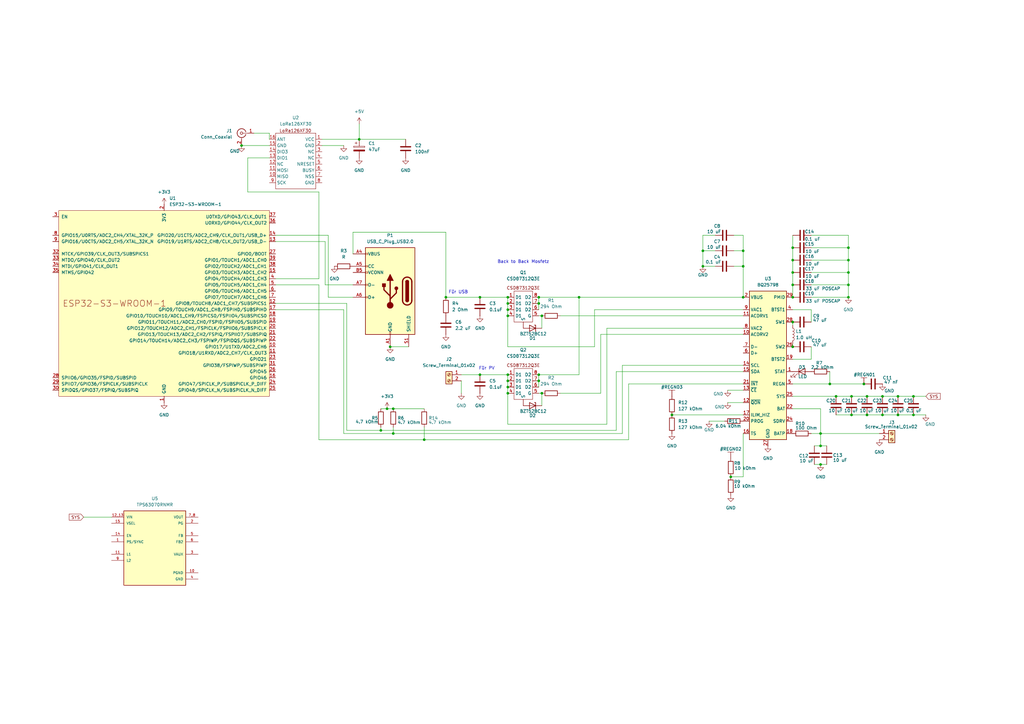
<source format=kicad_sch>
(kicad_sch (version 20250114) (generator "eeschema") (generator_version "9.0")
  (paper "A3")
  (title_block (title "MegaMesh Node v1") (date "2026-02-24") (rev "1.0") (company "Gropp&Linnhoff Industries") (comment 1 "Yeahhh") (comment 2 "Yeahhh 2"))
  (lib_symbols
    (symbol "Battery_Management:BQ25798"
      (property "Reference" "U" (at -7.62 31.75 0))
      (property "Value" "BQ25798" (at 2.54 31.75 0))
      (symbol "BQ25798_0_1"
        (rectangle (start -7.62 30.48) (end 7.62 -30.48) (stroke (width 0.254)) (fill (type background)))
      )
      (symbol "BQ25798_1_1"
        (pin power_in line (at -10.16 27.94 0) (length 2.54) (name "VBUS") (number "2"))
        (pin passive line (at -10.16 27.94 0) (length 2.54) (hide yes) (name "VBUS") (number "3"))
        (pin input line (at -10.16 22.86 0) (length 2.54) (name "VAC1") (number "9"))
        (pin passive line (at -10.16 20.32 0) (length 2.54) (name "ACDRV1") (number "11"))
        (pin input line (at -10.16 15.24 0) (length 2.54) (name "VAC2") (number "8"))
        (pin passive line (at -10.16 12.7 0) (length 2.54) (name "ACDRV2") (number "10"))
        (pin bidirectional line (at -10.16 7.62 0) (length 2.54) (name "D-") (number "7"))
        (pin bidirectional line (at -10.16 5.08 0) (length 2.54) (name "D+") (number "6"))
        (pin input line (at -10.16 0 0) (length 2.54) (name "SCL") (number "14"))
        (pin bidirectional line (at -10.16 -2.54 0) (length 2.54) (name "SDA") (number "15"))
        (pin open_collector line (at -10.16 -7.62 0) (length 2.54) (name "~{INT}") (number "21"))
        (pin input line (at -10.16 -10.16 0) (length 2.54) (name "~{CE}") (number "13"))
        (pin input line (at -10.16 -15.24 0) (length 2.54) (name "~{QON}") (number "12"))
        (pin input line (at -10.16 -20.32 0) (length 2.54) (name "ILIM_HIZ") (number "17"))
        (pin input line (at -10.16 -22.86 0) (length 2.54) (name "PROG") (number "20"))
        (pin input line (at -10.16 -27.94 0) (length 2.54) (name "TS") (number "16"))
        (pin power_in line (at 0 -33.02 90) (length 2.54) (name "GND") (number "27"))
        (pin power_out line (at 10.16 27.94 180) (length 2.54) (name "PMID") (number "29"))
        (pin passive line (at 10.16 22.86 180) (length 2.54) (name "BTST1") (number "4"))
        (pin power_out line (at 10.16 17.78 180) (length 2.54) (name "SW1") (number "28"))
        (pin power_out line (at 10.16 7.62 180) (length 2.54) (name "SW2") (number "26"))
        (pin passive line (at 10.16 2.54 180) (length 2.54) (name "BTST2") (number "19"))
        (pin open_collector line (at 10.16 -2.54 180) (length 2.54) (name "STAT") (number "1"))
        (pin power_out line (at 10.16 -7.62 180) (length 2.54) (name "REGN") (number "5"))
        (pin power_out line (at 10.16 -12.7 180) (length 2.54) (name "SYS") (number "25"))
        (pin power_out line (at 10.16 -17.78 180) (length 2.54) (name "BAT") (number "22"))
        (pin passive line (at 10.16 -17.78 180) (length 2.54) (hide yes) (name "BAT") (number "23"))
        (pin output line (at 10.16 -22.86 180) (length 2.54) (name "SDRV") (number "24"))
        (pin input line (at 10.16 -27.94 180) (length 2.54) (name "BATP") (number "18"))
      )
    )
    (symbol "Connector:Conn_Coaxial" (pin_names (offset 1.016) (hide yes))
      (property "Reference" "J" (at 0.254 3.048 0))
      (property "Value" "Conn_Coaxial" (at 2.921 0 90))
      (symbol "Conn_Coaxial_0_1"
        (polyline (pts (xy -2.54 0) (xy -0.508 0)))
        (arc (start 1.778 0) (mid 0.222 -1.8079) (end -1.778 -0.508) (stroke (width 0.254)))
        (arc (start -1.778 0.508) (mid 0.2221 1.8084) (end 1.778 0) (stroke (width 0.254)))
        (circle (center 0 0) (radius 0.508) (stroke (width 0.2032)))
        (polyline (pts (xy 0 -2.54) (xy 0 -1.778)))
      )
      (symbol "Conn_Coaxial_1_1"
        (pin passive line (at -5.08 0 0) (length 2.54) (name "In") (number "1"))
        (pin passive line (at 0 -5.08 90) (length 2.54) (name "Ext") (number "2"))
      )
    )
    (symbol "Connector:Screw_Terminal_01x02" (pin_names (offset 1.016) (hide yes))
      (property "Reference" "J" (at 0 2.54 0))
      (property "Value" "Screw_Terminal_01x02" (at 0 -5.08 0))
      (symbol "Screw_Terminal_01x02_1_1"
        (rectangle (start -1.27 1.27) (end 1.27 -3.81) (stroke (width 0.254)) (fill (type background)))
        (polyline (pts (xy -0.5334 0.3302) (xy 0.3302 -0.508)) (stroke (width 0.1524)))
        (polyline (pts (xy -0.5334 -2.2098) (xy 0.3302 -3.048)) (stroke (width 0.1524)))
        (polyline (pts (xy -0.3556 0.508) (xy 0.508 -0.3302)) (stroke (width 0.1524)))
        (polyline (pts (xy -0.3556 -2.032) (xy 0.508 -2.8702)) (stroke (width 0.1524)))
        (circle (center 0 0) (radius 0.635) (stroke (width 0.1524)))
        (circle (center 0 -2.54) (radius 0.635) (stroke (width 0.1524)))
        (pin passive line (at -5.08 0 0) (length 3.81) (name "Pin_1") (number "1"))
        (pin passive line (at -5.08 -2.54 0) (length 3.81) (name "Pin_2") (number "2"))
      )
    )
    (symbol "Connector:USB_C_Plug_USB2.0" (pin_names (offset 1.016))
      (property "Reference" "P" (at -10.16 19.05 0))
      (property "Value" "USB_C_Plug_USB2.0" (at 12.7 19.05 0))
      (symbol "USB_C_Plug_USB2.0_0_0"
        (rectangle (start -0.254 -17.78) (end 0.254 -16.764))
        (rectangle (start 10.16 15.494) (end 9.144 14.986))
        (rectangle (start 10.16 10.414) (end 9.144 9.906))
        (rectangle (start 10.16 7.874) (end 9.144 7.366))
        (rectangle (start 10.16 2.794) (end 9.144 2.286))
        (rectangle (start 10.16 -2.286) (end 9.144 -2.794))
      )
      (symbol "USB_C_Plug_USB2.0_0_1"
        (rectangle (start -10.16 17.78) (end 10.16 -17.78) (stroke (width 0.254)) (fill (type background)))
        (polyline (pts (xy -8.89 -3.81) (xy -8.89 3.81)) (stroke (width 0.508)))
        (rectangle (start -7.62 -3.81) (end -6.35 3.81) (stroke (width 0.254)) (fill (type outline)))
        (arc (start -7.62 3.81) (mid -6.985 4.4423) (end -6.35 3.81) (stroke (width 0.254)))
        (arc (start -7.62 3.81) (mid -6.985 4.4423) (end -6.35 3.81) (stroke (width 0.254)) (fill (type outline)))
        (arc (start -8.89 3.81) (mid -6.985 5.7067) (end -5.08 3.81) (stroke (width 0.508)))
        (arc (start -5.08 -3.81) (mid -6.985 -5.7067) (end -8.89 -3.81) (stroke (width 0.508)))
        (arc (start -6.35 -3.81) (mid -6.985 -4.4423) (end -7.62 -3.81) (stroke (width 0.254)))
        (arc (start -6.35 -3.81) (mid -6.985 -4.4423) (end -7.62 -3.81) (stroke (width 0.254)) (fill (type outline)))
        (polyline (pts (xy -5.08 3.81) (xy -5.08 -3.81)) (stroke (width 0.508)))
        (circle (center -2.54 1.143) (radius 0.635) (stroke (width 0.254)) (fill (type outline)))
        (polyline (pts (xy -1.27 4.318) (xy 0 6.858) (xy 1.27 4.318) (xy -1.27 4.318)) (stroke (width 0.254)) (fill (type outline)))
        (polyline (pts (xy 0 -2.032) (xy 2.54 0.508) (xy 2.54 1.778)) (stroke (width 0.508)))
        (polyline (pts (xy 0 -3.302) (xy -2.54 -0.762) (xy -2.54 0.508)) (stroke (width 0.508)))
        (polyline (pts (xy 0 -5.842) (xy 0 4.318)) (stroke (width 0.508)))
        (circle (center 0 -5.842) (radius 1.27) (fill (type outline)))
        (rectangle (start 1.905 1.778) (end 3.175 3.048) (stroke (width 0.254)) (fill (type outline)))
      )
      (symbol "USB_C_Plug_USB2.0_1_1"
        (pin passive line (at -7.62 -22.86 90) (length 5.08) (name "SHIELD") (number "S1"))
        (pin passive line (at 0 -22.86 90) (length 5.08) (name "GND") (number "A1"))
        (pin passive line (at 0 -22.86 90) (length 5.08) (hide yes) (name "GND") (number "A12"))
        (pin passive line (at 0 -22.86 90) (length 5.08) (hide yes) (name "GND") (number "B1"))
        (pin passive line (at 0 -22.86 90) (length 5.08) (hide yes) (name "GND") (number "B12"))
        (pin passive line (at 15.24 15.24 180) (length 5.08) (name "VBUS") (number "A4"))
        (pin passive line (at 15.24 15.24 180) (length 5.08) (hide yes) (name "VBUS") (number "A9"))
        (pin passive line (at 15.24 15.24 180) (length 5.08) (hide yes) (name "VBUS") (number "B4"))
        (pin passive line (at 15.24 15.24 180) (length 5.08) (hide yes) (name "VBUS") (number "B9"))
        (pin bidirectional line (at 15.24 10.16 180) (length 5.08) (name "CC") (number "A5"))
        (pin bidirectional line (at 15.24 7.62 180) (length 5.08) (name "VCONN") (number "B5"))
        (pin bidirectional line (at 15.24 2.54 180) (length 5.08) (name "D-") (number "A7"))
        (pin bidirectional line (at 15.24 -2.54 180) (length 5.08) (name "D+") (number "A6"))
      )
    )
    (symbol "Device:C" (pin_numbers (hide yes)) (pin_names (offset 0.254))
      (property "Reference" "C" (at 0.635 2.54 0))
      (property "Value" "C" (at 0.635 -2.54 0))
      (symbol "C_0_1"
        (polyline (pts (xy -2.032 0.762) (xy 2.032 0.762)) (stroke (width 0.508)))
        (polyline (pts (xy -2.032 -0.762) (xy 2.032 -0.762)) (stroke (width 0.508)))
      )
      (symbol "C_1_1"
        (pin passive line (at 0 3.81 270) (length 2.794) (name "~") (number "1"))
        (pin passive line (at 0 -3.81 90) (length 2.794) (name "~") (number "2"))
      )
    )
    (symbol "Device:C_Polarized" (pin_numbers (hide yes)) (pin_names (offset 0.254))
      (property "Reference" "C" (at 0.635 2.54 0))
      (property "Value" "C_Polarized" (at 0.635 -2.54 0))
      (symbol "C_Polarized_0_1"
        (rectangle (start -2.286 0.508) (end 2.286 1.016))
        (polyline (pts (xy -1.778 2.286) (xy -0.762 2.286)))
        (polyline (pts (xy -1.27 2.794) (xy -1.27 1.778)))
        (rectangle (start 2.286 -0.508) (end -2.286 -1.016) (fill (type outline)))
      )
      (symbol "C_Polarized_1_1"
        (pin passive line (at 0 3.81 270) (length 2.794) (name "~") (number "1"))
        (pin passive line (at 0 -3.81 90) (length 2.794) (name "~") (number "2"))
      )
    )
    (symbol "Device:L" (pin_numbers (hide yes)) (pin_names (offset 1.016) (hide yes))
      (property "Reference" "L" (at -1.27 0 90))
      (property "Value" "L" (at 1.905 0 90))
      (symbol "L_0_1"
        (arc (start 0 2.54) (mid 0.6323 1.905) (end 0 1.27))
        (arc (start 0 1.27) (mid 0.6323 0.635) (end 0 0))
        (arc (start 0 0) (mid 0.6323 -0.635) (end 0 -1.27))
        (arc (start 0 -1.27) (mid 0.6323 -1.905) (end 0 -2.54))
      )
      (symbol "L_1_1"
        (pin passive line (at 0 3.81 270) (length 1.27) (name "1") (number "1"))
        (pin passive line (at 0 -3.81 90) (length 1.27) (name "2") (number "2"))
      )
    )
    (symbol "Device:LED" (pin_numbers (hide yes)) (pin_names (offset 1.016) (hide yes))
      (property "Reference" "D" (at 0 2.54 0))
      (property "Value" "LED" (at 0 -2.54 0))
      (symbol "LED_0_1"
        (polyline (pts (xy -3.048 -0.762) (xy -4.572 -2.286) (xy -3.81 -2.286) (xy -4.572 -2.286) (xy -4.572 -1.524)))
        (polyline (pts (xy -1.778 -0.762) (xy -3.302 -2.286) (xy -2.54 -2.286) (xy -3.302 -2.286) (xy -3.302 -1.524)))
        (polyline (pts (xy -1.27 0) (xy 1.27 0)))
        (polyline (pts (xy -1.27 -1.27) (xy -1.27 1.27)) (stroke (width 0.254)))
        (polyline (pts (xy 1.27 -1.27) (xy 1.27 1.27) (xy -1.27 0) (xy 1.27 -1.27)) (stroke (width 0.254)))
      )
      (symbol "LED_1_1"
        (pin passive line (at -3.81 0 0) (length 2.54) (name "K") (number "1"))
        (pin passive line (at 3.81 0 180) (length 2.54) (name "A") (number "2"))
      )
    )
    (symbol "Device:R" (pin_numbers (hide yes)) (pin_names (offset 0))
      (property "Reference" "R" (at 2.032 0 90))
      (property "Value" "R" (at 0 0 90))
      (symbol "R_0_1"
        (rectangle (start -1.016 -2.54) (end 1.016 2.54) (stroke (width 0.254)))
      )
      (symbol "R_1_1"
        (pin passive line (at 0 3.81 270) (length 1.27) (name "~") (number "1"))
        (pin passive line (at 0 -3.81 90) (length 1.27) (name "~") (number "2"))
      )
    )
    (symbol "Diode:BZT52Bxx" (pin_numbers (hide yes)) (pin_names (hide yes))
      (property "Reference" "D" (at 0 2.54 0))
      (property "Value" "BZT52Bxx" (at 0 -2.54 0))
      (symbol "BZT52Bxx_0_1"
        (polyline (pts (xy -1.27 -1.27) (xy -1.27 1.27) (xy -0.762 1.27)) (stroke (width 0.254)))
        (polyline (pts (xy 1.27 0) (xy -1.27 0)))
        (polyline (pts (xy 1.27 -1.27) (xy 1.27 1.27) (xy -1.27 0) (xy 1.27 -1.27)) (stroke (width 0.254)))
      )
      (symbol "BZT52Bxx_1_1"
        (pin passive line (at -3.81 0 0) (length 2.54) (name "K") (number "1"))
        (pin passive line (at 3.81 0 180) (length 2.54) (name "A") (number "2"))
      )
    )
    (symbol "PCM_Espressif:ESP32-S3-WROOM-1" (pin_names (offset 1.016))
      (property "Reference" "U" (at -43.18 43.18 0))
      (property "Value" "ESP32-S3-WROOM-1" (at -43.18 40.64 0))
      (symbol "ESP32-S3-WROOM-1_0_0"
        (text "ESP32-S3-WROOM-1" (at -20.32 0 0) (effects (font (size 2.54 2.54))))
        (pin input line (at -45.72 35.56 0) (length 2.54) (name "EN") (number "3"))
        (pin bidirectional line (at -45.72 27.94 0) (length 2.54) (name "GPIO15/U0RTS/ADC2_CH4/XTAL_32K_P") (number "8"))
        (pin bidirectional line (at -45.72 25.4 0) (length 2.54) (name "GPIO16/U0CTS/ADC2_CH5/XTAL_32K_N") (number "9"))
        (pin bidirectional line (at -45.72 20.32 0) (length 2.54) (name "MTCK/GPIO39/CLK_OUT3/SUBSPICS1") (number "32"))
        (pin bidirectional line (at -45.72 17.78 0) (length 2.54) (name "MTDO/GPIO40/CLK_OUT2") (number "33"))
        (pin bidirectional line (at -45.72 15.24 0) (length 2.54) (name "MTDI/GPIO41/CLK_OUT1") (number "34"))
        (pin bidirectional line (at -45.72 12.7 0) (length 2.54) (name "MTMS/GPIO42") (number "35"))
        (pin bidirectional line (at -45.72 -30.48 0) (length 2.54) (name "SPIIO6/GPIO35/FSPID/SUBSPID") (number "28"))
        (pin bidirectional line (at -45.72 -33.02 0) (length 2.54) (name "SPIIO7/GPIO36/FSPICLK/SUBSPICLK") (number "29"))
        (pin bidirectional line (at -45.72 -35.56 0) (length 2.54) (name "SPIDQS/GPIO37/FSPIQ/SUBSPIQ") (number "30"))
        (pin power_in line (at 0 40.64 270) (length 2.54) (name "3V3") (number "2"))
        (pin power_in line (at 0 -40.64 90) (length 2.54) (name "GND") (number "1"))
        (pin passive line (at 0 -40.64 90) (length 2.54) (hide yes) (name "GND") (number "40"))
        (pin passive line (at 0 -40.64 90) (length 2.54) (hide yes) (name "GND") (number "41"))
        (pin bidirectional line (at 45.72 35.56 180) (length 2.54) (name "U0TXD/GPIO43/CLK_OUT1") (number "37"))
        (pin bidirectional line (at 45.72 33.02 180) (length 2.54) (name "U0RXD/GPIO44/CLK_OUT2") (number "36"))
        (pin bidirectional line (at 45.72 27.94 180) (length 2.54) (name "GPIO20/U1CTS/ADC2_CH9/CLK_OUT1/USB_D+") (number "14"))
        (pin bidirectional line (at 45.72 25.4 180) (length 2.54) (name "GPIO19/U1RTS/ADC2_CH8/CLK_OUT2/USB_D-") (number "13"))
        (pin bidirectional line (at 45.72 20.32 180) (length 2.54) (name "GPIO0/BOOT") (number "27"))
        (pin bidirectional line (at 45.72 17.78 180) (length 2.54) (name "GPIO1/TOUCH1/ADC1_CH0") (number "39"))
        (pin bidirectional line (at 45.72 15.24 180) (length 2.54) (name "GPIO2/TOUCH2/ADC1_CH1") (number "38"))
        (pin bidirectional line (at 45.72 12.7 180) (length 2.54) (name "GPIO3/TOUCH3/ADC1_CH2") (number "15"))
        (pin bidirectional line (at 45.72 10.16 180) (length 2.54) (name "GPIO4/TOUCH4/ADC1_CH3") (number "4"))
        (pin bidirectional line (at 45.72 7.62 180) (length 2.54) (name "GPIO5/TOUCH5/ADC1_CH4") (number "5"))
        (pin bidirectional line (at 45.72 5.08 180) (length 2.54) (name "GPIO6/TOUCH6/ADC1_CH5") (number "6"))
        (pin bidirectional line (at 45.72 2.54 180) (length 2.54) (name "GPIO7/TOUCH7/ADC1_CH6") (number "7"))
        (pin bidirectional line (at 45.72 0 180) (length 2.54) (name "GPIO8/TOUCH8/ADC1_CH7/SUBSPICS1") (number "12"))
        (pin bidirectional line (at 45.72 -2.54 180) (length 2.54) (name "GPIO9/TOUCH9/ADC1_CH8/FSPIHD/SUBSPIHD") (number "17"))
        (pin bidirectional line (at 45.72 -5.08 180) (length 2.54) (name "GPIO10/TOUCH10/ADC1_CH9/FSPICS0/FSPIIO4/SUBSPICS0") (number "18"))
        (pin bidirectional line (at 45.72 -7.62 180) (length 2.54) (name "GPIO11/TOUCH11/ADC2_CH0/FSPID/FSPIIO5/SUBSPID") (number "19"))
        (pin bidirectional line (at 45.72 -10.16 180) (length 2.54) (name "GPIO12/TOUCH12/ADC2_CH1/FSPICLK/FSPIIO6/SUBSPICLK") (number "20"))
        (pin bidirectional line (at 45.72 -12.7 180) (length 2.54) (name "GPIO13/TOUCH13/ADC2_CH2/FSPIQ/FSPIIO7/SUBSPIQ") (number "21"))
        (pin bidirectional line (at 45.72 -15.24 180) (length 2.54) (name "GPIO14/TOUCH14/ADC2_CH3/FSPIWP/FSPIDQS/SUBSPIWP") (number "22"))
        (pin bidirectional line (at 45.72 -17.78 180) (length 2.54) (name "GPIO17/U1TXD/ADC2_CH6") (number "10"))
        (pin bidirectional line (at 45.72 -20.32 180) (length 2.54) (name "GPIO18/U1RXD/ADC2_CH7/CLK_OUT3") (number "11"))
        (pin bidirectional line (at 45.72 -22.86 180) (length 2.54) (name "GPIO21") (number "23"))
        (pin bidirectional line (at 45.72 -25.4 180) (length 2.54) (name "GPIO38/FSPIWP/SUBSPIWP") (number "31"))
        (pin bidirectional line (at 45.72 -27.94 180) (length 2.54) (name "GPIO45") (number "26"))
        (pin bidirectional line (at 45.72 -30.48 180) (length 2.54) (name "GPIO46") (number "16"))
        (pin bidirectional line (at 45.72 -33.02 180) (length 2.54) (name "GPIO47/SPICLK_P/SUBSPICLK_P_DIFF") (number "24"))
        (pin bidirectional line (at 45.72 -35.56 180) (length 2.54) (name "GPIO48/SPICLK_N/SUBSPICLK_N_DIFF") (number "25"))
      )
      (symbol "ESP32-S3-WROOM-1_0_1"
        (rectangle (start -43.18 38.1) (end 43.18 -38.1) (fill (type background)))
      )
    )
    (symbol "myRF:CSD87312Q3E"
      (property "Reference" "Q" (at -1.27 1.524 0))
      (symbol "CSD87312Q3E_0_1"
        (rectangle (start -5.08 2.54) (end 2.54 -10.16))
      )
      (symbol "CSD87312Q3E_1_1"
        (text "CSD87312Q3E\n" (at -1.27 3.81 0) (effects (font (size 1.27 1.27))))
        (pin output line (at -7.62 0 0) (length 2.54) (name "D1") (number "1"))
        (pin output line (at -7.62 -2.54 0) (length 2.54) (name "D1") (number "2"))
        (pin output line (at -7.62 -5.08 0) (length 2.54) (name "D1") (number "3"))
        (pin output line (at -7.62 -7.62 0) (length 2.54) (name "D1") (number "4"))
        (pin input line (at -1.27 -12.7 90) (length 2.54) (name "S") (number ""))
        (pin output line (at 5.08 0 180) (length 2.54) (name "D2") (number "8"))
        (pin output line (at 5.08 -2.54 180) (length 2.54) (name "D2") (number "7"))
        (pin output line (at 5.08 -5.08 180) (length 2.54) (name "D2") (number "6"))
        (pin output line (at 5.08 -7.62 180) (length 2.54) (name "G") (number "5"))
      )
    )
    (symbol "myRF:LoRa126XF30"
      (property "Reference" "U" (at 0 0 0))
      (symbol "LoRa126XF30_0_1"
        (rectangle (start -8.89 15.24) (end 7.62 -7.62))
      )
      (symbol "LoRa126XF30_1_1"
        (text "LoRa126XF30" (at -0.762 16.256 0) (effects (font (size 1.27 1.27))))
        (pin bidirectional line (at -11.43 12.7 0) (length 2.54) (name "ANT") (number "16"))
        (pin power_out line (at -11.43 10.16 0) (length 2.54) (name "GND") (number "15"))
        (pin tri_state line (at -11.43 7.62 0) (length 2.54) (name "DIO3") (number "14"))
        (pin tri_state line (at -11.43 5.08 0) (length 2.54) (name "DIO1") (number "13"))
        (pin unspecified line (at -11.43 2.54 0) (length 2.54) (name "NC") (number "12"))
        (pin input line (at -11.43 0 0) (length 2.54) (name "MOSI") (number "11"))
        (pin output line (at -11.43 -2.54 0) (length 2.54) (name "MISO") (number "10"))
        (pin input line (at -11.43 -5.08 0) (length 2.54) (name "SCK") (number "9"))
        (pin power_in line (at 10.16 12.7 180) (length 2.54) (name "VCC") (number "1"))
        (pin power_out line (at 10.16 10.16 180) (length 2.54) (name "GND") (number "2"))
        (pin unspecified line (at 10.16 7.62 180) (length 2.54) (name "NC") (number "3"))
        (pin unspecified line (at 10.16 5.08 180) (length 2.54) (name "NC") (number "4"))
        (pin input line (at 10.16 2.54 180) (length 2.54) (name "NRESET") (number "5"))
        (pin output line (at 10.16 0 180) (length 2.54) (name "BUSY") (number "6"))
        (pin input line (at 10.16 -2.54 180) (length 2.54) (name "NSS") (number "7"))
        (pin power_out line (at 10.16 -5.08 180) (length 2.54) (name "GND") (number "8"))
      )
    )
    (symbol "myRF:REGN" (power) (in_bom no) (on_board no)
      (property "Reference" "REGN" (at 0 0 0))
      (symbol "REGN_0_1"
        (polyline (pts (xy -1.27 -1.27) (xy 1.27 -1.27)))
      )
      (symbol "REGN_1_1"
        (pin power_out line (at 0 -3.81 90) (length 2.54) (name "") (number ""))
      )
    )
    (symbol "myRF:TPS63070RNMR" (pin_names (offset 1.016))
      (property "Reference" "U" (at -12.7 16.24 0))
      (property "Value" "TPS63070RNMR" (at -12.7 -19.24 0))
      (symbol "TPS63070RNMR_0_0"
        (rectangle (start -12.7 15.24) (end 12.7 -15.24) (stroke (width 0.254)) (fill (type background)))
        (pin input line (at -17.78 12.7 0) (length 5.08) (name "VIN") (number "12_13"))
        (pin input line (at -17.78 10.16 0) (length 5.08) (name "VSEL") (number "15"))
        (pin input line (at -17.78 5.08 0) (length 5.08) (name "EN") (number "14"))
        (pin input line (at -17.78 2.54 0) (length 5.08) (name "PS/SYNC") (number "1"))
        (pin input line (at -17.78 -2.54 0) (length 5.08) (name "L1") (number "11"))
        (pin input line (at -17.78 -5.08 0) (length 5.08) (name "L2") (number "9"))
        (pin output line (at 17.78 12.7 180) (length 5.08) (name "VOUT") (number "7_8"))
        (pin output line (at 17.78 10.16 180) (length 5.08) (name "PG") (number "2"))
        (pin input line (at 17.78 5.08 180) (length 5.08) (name "FB") (number "5"))
        (pin output line (at 17.78 2.54 180) (length 5.08) (name "FB2") (number "6"))
        (pin output line (at 17.78 -2.54 180) (length 5.08) (name "VAUX") (number "3"))
        (pin power_in line (at 17.78 -10.16 180) (length 5.08) (name "PGND") (number "10"))
        (pin power_in line (at 17.78 -12.7 180) (length 5.08) (name "GND") (number "4"))
      )
    )
    (symbol "power:+3V3" (power) (pin_numbers (hide yes)) (pin_names (offset 0) (hide yes))
      (property "Value" "+3V3" (at 0 3.556 0))
      (symbol "+3V3_0_1"
        (polyline (pts (xy -0.762 1.27) (xy 0 2.54)))
        (polyline (pts (xy 0 2.54) (xy 0.762 1.27)))
        (polyline (pts (xy 0 0) (xy 0 2.54)))
      )
      (symbol "+3V3_1_1"
        (pin power_in line (at 0 0 90) (length 0) (name "~") (number "1"))
      )
    )
    (symbol "power:+5V" (power) (pin_numbers (hide yes)) (pin_names (offset 0) (hide yes))
      (property "Value" "+5V" (at 0 3.556 0))
      (symbol "+5V_0_1"
        (polyline (pts (xy -0.762 1.27) (xy 0 2.54)))
        (polyline (pts (xy 0 2.54) (xy 0.762 1.27)))
        (polyline (pts (xy 0 0) (xy 0 2.54)))
      )
      (symbol "+5V_1_1"
        (pin power_in line (at 0 0 90) (length 0) (name "~") (number "1"))
      )
    )
    (symbol "power:GND" (power) (pin_numbers (hide yes)) (pin_names (offset 0) (hide yes))
      (property "Value" "GND" (at 0 -3.81 0))
      (symbol "GND_0_1"
        (polyline (pts (xy 0 0) (xy 0 -1.27) (xy 1.27 -1.27) (xy 0 -2.54) (xy -1.27 -1.27) (xy 0 -1.27)))
      )
      (symbol "GND_1_1"
        (pin power_in line (at 0 0 270) (length 0) (name "~") (number "1"))
      )
    )
  )
  (text "Back to Back Mosfetz" (at 214.63 107.442 0) (effects (font (size 1.27 1.27))))
  (text "Für PV" (at 199.644 151.13 0) (effects (font (size 1.27 1.27))))
  (text "Für USB" (at 187.96 119.888 0) (effects (font (size 1.27 1.27))))
  (junction (at 220.98 153.67))
  (junction (at 349.25 162.56))
  (junction (at 355.6 170.18))
  (junction (at 208.28 153.67))
  (junction (at 325.12 121.92))
  (junction (at 288.29 109.22))
  (junction (at 208.28 158.75))
  (junction (at 304.8 121.92))
  (junction (at 275.59 170.18))
  (junction (at 368.3 162.56))
  (junction (at 342.9 162.56))
  (junction (at 182.88 121.92))
  (junction (at 374.65 162.56))
  (junction (at 208.28 127))
  (junction (at 299.72 195.58))
  (junction (at 304.8 102.87))
  (junction (at 220.98 124.46))
  (junction (at 208.28 121.92))
  (junction (at 208.28 161.29))
  (junction (at 220.98 121.92))
  (junction (at 208.28 124.46))
  (junction (at 347.98 116.84))
  (junction (at 336.55 177.8))
  (junction (at 196.85 153.67))
  (junction (at 288.29 102.87))
  (junction (at 347.98 111.76))
  (junction (at 368.3 170.18))
  (junction (at 158.75 167.64))
  (junction (at 208.28 156.21))
  (junction (at 160.02 142.24))
  (junction (at 161.29 177.8))
  (junction (at 99.06 59.69))
  (junction (at 173.99 180.34))
  (junction (at 349.25 170.18))
  (junction (at 220.98 156.21))
  (junction (at 340.36 157.48))
  (junction (at 325.12 132.08))
  (junction (at 325.12 111.76))
  (junction (at 325.12 106.68))
  (junction (at 336.55 190.5))
  (junction (at 354.33 157.48))
  (junction (at 237.49 121.92))
  (junction (at 208.28 129.54))
  (junction (at 222.25 129.54))
  (junction (at 361.95 170.18))
  (junction (at 347.98 101.6))
  (junction (at 374.65 170.18))
  (junction (at 222.25 161.29))
  (junction (at 196.85 121.92))
  (junction (at 325.12 101.6))
  (junction (at 161.29 167.64))
  (junction (at 147.32 57.15))
  (junction (at 156.21 176.53))
  (junction (at 347.98 121.92))
  (junction (at 325.12 142.24))
  (junction (at 325.12 116.84))
  (junction (at 304.8 109.22))
  (junction (at 347.98 106.68))
  (junction (at 336.55 182.88))
  (junction (at 355.6 162.56))
  (junction (at 361.95 162.56))
  (wire (pts (xy 336.55 190.5) (xy 339.09 190.5)))
  (wire (pts (xy 34.29 212.09) (xy 45.72 212.09)))
  (wire (pts (xy 332.74 142.24) (xy 332.74 147.32)))
  (wire (pts (xy 293.37 109.22) (xy 288.29 109.22)))
  (wire (pts (xy 113.03 124.46) (xy 142.24 124.46)))
  (wire (pts (xy 161.29 167.64) (xy 173.99 167.64)))
  (wire (pts (xy 298.45 160.02) (xy 304.8 160.02)))
  (wire (pts (xy 229.87 161.29) (xy 246.38 161.29)))
  (wire (pts (xy 325.12 147.32) (xy 332.74 147.32)))
  (wire (pts (xy 355.6 162.56) (xy 361.95 162.56)))
  (wire (pts (xy 99.06 59.69) (xy 110.49 59.69)))
  (wire (pts (xy 299.72 195.58) (xy 304.8 195.58)))
  (wire (pts (xy 220.98 161.29) (xy 222.25 161.29)))
  (wire (pts (xy 304.8 127) (xy 243.84 127)))
  (wire (pts (xy 342.9 170.18) (xy 349.25 170.18)))
  (wire (pts (xy 325.12 140.97) (xy 325.12 142.24)))
  (wire (pts (xy 255.27 177.8) (xy 255.27 149.86)))
  (wire (pts (xy 255.27 149.86) (xy 304.8 149.86)))
  (wire (pts (xy 293.37 96.52) (xy 288.29 96.52)))
  (wire (pts (xy 304.8 177.8) (xy 304.8 195.58)))
  (wire (pts (xy 173.99 180.34) (xy 257.81 180.34)))
  (wire (pts (xy 113.03 116.84) (xy 130.81 116.84)))
  (wire (pts (xy 347.98 111.76) (xy 347.98 116.84)))
  (wire (pts (xy 354.33 157.48) (xy 340.36 157.48)))
  (wire (pts (xy 336.55 177.8) (xy 336.55 182.88)))
  (wire (pts (xy 342.9 162.56) (xy 349.25 162.56)))
  (wire (pts (xy 325.12 116.84) (xy 325.12 121.92)))
  (wire (pts (xy 140.97 127) (xy 140.97 177.8)))
  (wire (pts (xy 113.03 99.06) (xy 133.35 99.06)))
  (wire (pts (xy 220.98 156.21) (xy 220.98 158.75)))
  (wire (pts (xy 101.6 78.74) (xy 101.6 64.77)))
  (wire (pts (xy 196.85 153.67) (xy 208.28 153.67)))
  (wire (pts (xy 325.12 132.08) (xy 325.12 133.35)))
  (wire (pts (xy 304.8 109.22) (xy 304.8 121.92)))
  (wire (pts (xy 332.74 106.68) (xy 347.98 106.68)))
  (wire (pts (xy 160.02 142.24) (xy 167.64 142.24)))
  (wire (pts (xy 229.87 129.54) (xy 304.8 129.54)))
  (wire (pts (xy 336.55 182.88) (xy 339.09 182.88)))
  (wire (pts (xy 288.29 96.52) (xy 288.29 102.87)))
  (wire (pts (xy 208.28 124.46) (xy 208.28 127)))
  (wire (pts (xy 134.62 96.52) (xy 134.62 121.92)))
  (wire (pts (xy 325.12 167.64) (xy 336.55 167.64)))
  (wire (pts (xy 334.01 190.5) (xy 336.55 190.5)))
  (wire (pts (xy 325.12 101.6) (xy 325.12 106.68)))
  (wire (pts (xy 110.49 54.61) (xy 110.49 57.15)))
  (wire (pts (xy 252.73 152.4) (xy 304.8 152.4)))
  (wire (pts (xy 368.3 170.18) (xy 374.65 170.18)))
  (wire (pts (xy 325.12 96.52) (xy 325.12 101.6)))
  (wire (pts (xy 246.38 137.16) (xy 304.8 137.16)))
  (wire (pts (xy 144.78 95.25) (xy 182.88 95.25)))
  (wire (pts (xy 189.23 156.21) (xy 189.23 161.29)))
  (wire (pts (xy 300.99 109.22) (xy 304.8 109.22)))
  (wire (pts (xy 340.36 157.48) (xy 325.12 157.48)))
  (wire (pts (xy 161.29 177.8) (xy 255.27 177.8)))
  (wire (pts (xy 290.83 172.72) (xy 297.18 172.72)))
  (wire (pts (xy 208.28 158.75) (xy 208.28 161.29)))
  (wire (pts (xy 132.08 59.69) (xy 140.97 59.69)))
  (wire (pts (xy 368.3 162.56) (xy 374.65 162.56)))
  (wire (pts (xy 140.97 177.8) (xy 161.29 177.8)))
  (wire (pts (xy 237.49 153.67) (xy 237.49 121.92)))
  (wire (pts (xy 347.98 101.6) (xy 347.98 106.68)))
  (wire (pts (xy 325.12 127) (xy 332.74 127)))
  (wire (pts (xy 144.78 104.14) (xy 144.78 95.25)))
  (wire (pts (xy 220.98 124.46) (xy 220.98 127)))
  (wire (pts (xy 252.73 176.53) (xy 252.73 152.4)))
  (wire (pts (xy 332.74 121.92) (xy 347.98 121.92)))
  (wire (pts (xy 142.24 124.46) (xy 142.24 176.53)))
  (wire (pts (xy 304.8 134.62) (xy 248.92 134.62)))
  (wire (pts (xy 222.25 161.29) (xy 222.25 166.37)))
  (wire (pts (xy 246.38 161.29) (xy 246.38 137.16)))
  (wire (pts (xy 156.21 176.53) (xy 252.73 176.53)))
  (wire (pts (xy 347.98 116.84) (xy 347.98 121.92)))
  (wire (pts (xy 130.81 180.34) (xy 173.99 180.34)))
  (wire (pts (xy 332.74 177.8) (xy 336.55 177.8)))
  (wire (pts (xy 208.28 156.21) (xy 208.28 158.75)))
  (wire (pts (xy 374.65 162.56) (xy 379.73 162.56)))
  (wire (pts (xy 147.32 57.15) (xy 166.37 57.15)))
  (wire (pts (xy 332.74 116.84) (xy 347.98 116.84)))
  (wire (pts (xy 208.28 127) (xy 208.28 129.54)))
  (wire (pts (xy 304.8 157.48) (xy 257.81 157.48)))
  (wire (pts (xy 130.81 78.74) (xy 101.6 78.74)))
  (wire (pts (xy 220.98 121.92) (xy 220.98 124.46)))
  (wire (pts (xy 332.74 101.6) (xy 347.98 101.6)))
  (wire (pts (xy 182.88 121.92) (xy 196.85 121.92)))
  (wire (pts (xy 220.98 121.92) (xy 237.49 121.92)))
  (wire (pts (xy 113.03 96.52) (xy 134.62 96.52)))
  (wire (pts (xy 243.84 127) (xy 243.84 142.24)))
  (wire (pts (xy 133.35 99.06) (xy 133.35 116.84)))
  (wire (pts (xy 133.35 116.84) (xy 144.78 116.84)))
  (wire (pts (xy 248.92 134.62) (xy 248.92 173.99)))
  (wire (pts (xy 113.03 127) (xy 140.97 127)))
  (wire (pts (xy 173.99 175.26) (xy 173.99 180.34)))
  (wire (pts (xy 104.14 54.61) (xy 110.49 54.61)))
  (wire (pts (xy 196.85 121.92) (xy 208.28 121.92)))
  (wire (pts (xy 355.6 170.18) (xy 361.95 170.18)))
  (wire (pts (xy 208.28 161.29) (xy 208.28 173.99)))
  (wire (pts (xy 374.65 170.18) (xy 379.73 170.18)))
  (wire (pts (xy 349.25 170.18) (xy 355.6 170.18)))
  (wire (pts (xy 347.98 96.52) (xy 347.98 101.6)))
  (wire (pts (xy 189.23 153.67) (xy 196.85 153.67)))
  (wire (pts (xy 304.8 96.52) (xy 304.8 102.87)))
  (wire (pts (xy 288.29 102.87) (xy 293.37 102.87)))
  (wire (pts (xy 332.74 96.52) (xy 347.98 96.52)))
  (wire (pts (xy 134.62 121.92) (xy 144.78 121.92)))
  (wire (pts (xy 208.28 121.92) (xy 208.28 124.46)))
  (wire (pts (xy 208.28 153.67) (xy 208.28 156.21)))
  (wire (pts (xy 334.01 182.88) (xy 336.55 182.88)))
  (wire (pts (xy 332.74 111.76) (xy 347.98 111.76)))
  (wire (pts (xy 304.8 102.87) (xy 304.8 109.22)))
  (wire (pts (xy 158.75 167.64) (xy 161.29 167.64)))
  (wire (pts (xy 130.81 78.74) (xy 130.81 114.3)))
  (wire (pts (xy 361.95 162.56) (xy 368.3 162.56)))
  (wire (pts (xy 220.98 153.67) (xy 237.49 153.67)))
  (wire (pts (xy 349.25 162.56) (xy 355.6 162.56)))
  (wire (pts (xy 300.99 96.52) (xy 304.8 96.52)))
  (wire (pts (xy 325.12 106.68) (xy 325.12 111.76)))
  (wire (pts (xy 156.21 167.64) (xy 158.75 167.64)))
  (wire (pts (xy 182.88 95.25) (xy 182.88 121.92)))
  (wire (pts (xy 208.28 129.54) (xy 208.28 142.24)))
  (wire (pts (xy 336.55 177.8) (xy 360.68 177.8)))
  (wire (pts (xy 340.36 152.4) (xy 340.36 157.48)))
  (wire (pts (xy 288.29 102.87) (xy 288.29 109.22)))
  (wire (pts (xy 156.21 175.26) (xy 156.21 176.53)))
  (wire (pts (xy 222.25 129.54) (xy 222.25 134.62)))
  (wire (pts (xy 325.12 111.76) (xy 325.12 116.84)))
  (wire (pts (xy 132.08 57.15) (xy 147.32 57.15)))
  (wire (pts (xy 257.81 157.48) (xy 257.81 180.34)))
  (wire (pts (xy 113.03 114.3) (xy 130.81 114.3)))
  (wire (pts (xy 130.81 116.84) (xy 130.81 180.34)))
  (wire (pts (xy 243.84 142.24) (xy 208.28 142.24)))
  (wire (pts (xy 237.49 121.92) (xy 304.8 121.92)))
  (wire (pts (xy 101.6 64.77) (xy 110.49 64.77)))
  (wire (pts (xy 142.24 176.53) (xy 156.21 176.53)))
  (wire (pts (xy 361.95 170.18) (xy 368.3 170.18)))
  (wire (pts (xy 161.29 175.26) (xy 161.29 177.8)))
  (wire (pts (xy 325.12 162.56) (xy 342.9 162.56)))
  (wire (pts (xy 220.98 129.54) (xy 222.25 129.54)))
  (wire (pts (xy 220.98 153.67) (xy 220.98 156.21)))
  (wire (pts (xy 300.99 102.87) (xy 304.8 102.87)))
  (wire (pts (xy 208.28 173.99) (xy 248.92 173.99)))
  (wire (pts (xy 298.45 165.1) (xy 304.8 165.1)))
  (wire (pts (xy 147.32 50.8) (xy 147.32 57.15)))
  (wire (pts (xy 336.55 167.64) (xy 336.55 177.8)))
  (wire (pts (xy 347.98 106.68) (xy 347.98 111.76)))
  (wire (pts (xy 332.74 127) (xy 332.74 132.08)))
  (wire (pts (xy 275.59 170.18) (xy 304.8 170.18)))
  (global_label "SYS" (shape input) (at 34.29 212.09 180) (property "Intersheetrefs" "${INTERSHEET_REFS}" (effects (hide yes))))
  (global_label "SYS" (shape input) (at 379.73 162.56 0) (property "Intersheetrefs" "${INTERSHEET_REFS}" (effects (hide yes))))
  (symbol (lib_id "Device:C") (at 368.3 166.37 0) (unit 1)
    (property "Reference" "C24" (at 364.236 164.338 0) (effects (justify left)))
    (property "Value" "10 uF" (at 365.252 168.402 0) (effects (justify left)))
    (property "Description" "Unpolarized capacitor" (effects (hide yes)))
  )
  (symbol (lib_id "Device:C") (at 328.93 121.92 270) (unit 1)
    (property "Reference" "C19" (at 331.978 120.396 90))
    (property "Value" "33 uF POSCAP" (at 337.566 123.444 90))
    (property "Description" "Unpolarized capacitor" (effects (hide yes)))
  )
  (symbol (lib_id "Battery_Management:BQ25798") (at 314.96 149.86 0) (unit 1)
    (property "Reference" "U3" (at 314.96 114.3 0))
    (property "Value" "BQ25798" (at 314.96 116.84 0))
    (property "Footprint" "Package_DFN_QFN:Texas_RQM0029A_VQFN-29_4x4mm_P0.4mm" (effects (hide yes)))
    (property "Datasheet" "https://www.ti.com/lit/ds/symlink/bq25798.pdf" (effects (hide yes)))
    (property "Description" "I2C controlled, 5A Buck-Boost battery charger (1-4 cell, Li-Ion / Li-Polymer), USB BC1.2 / HVDCP detection, 3.6..24V VBUS, 3..18.8V charge voltage regulation, 0.75..1.5 MHz, VQFN-29 (Texas RQM0029A)" (effects (hide yes)))
  )
  (symbol (lib_id "Device:R") (at 226.06 161.29 270) (unit 1)
    (property "Reference" "R2" (at 226.06 154.94 90))
    (property "Value" "294 Ohm" (at 226.06 157.48 90))
    (property "Description" "Resistor" (effects (hide yes)))
  )
  (symbol (lib_id "power:GND") (at 147.32 64.77 0) (unit 1)
    (property "Reference" "#PWR05" (effects (hide yes)))
    (property "Value" "GND" (at 147.32 69.85 0))
    (property "Description" "Power symbol creates a global label with name \"GND\" , ground" (effects (hide yes)))
  )
  (symbol (lib_id "Device:C") (at 297.18 109.22 270) (unit 1)
    (property "Reference" "C4" (at 294.132 105.41 90))
    (property "Value" "0.1 uF" (at 292.608 107.442 90))
    (property "Description" "Unpolarized capacitor" (effects (hide yes)))
  )
  (symbol (lib_id "Device:R") (at 275.59 166.37 0) (unit 1)
    (property "Reference" "R12" (at 278.13 165.0999 0) (effects (justify left)))
    (property "Value" "127 kOhm" (at 278.13 167.6399 0) (effects (justify left)))
    (property "Description" "Resistor" (effects (hide yes)))
  )
  (symbol (lib_id "myRF:REGN") (at 354.33 153.67 0) (unit 1) (in_bom no) (on_board no)
    (property "Reference" "#REGN01" (at 354.584 153.67 0))
    (property "Value" "Referenz" (effects (hide yes)))
  )
  (symbol (lib_id "Device:C") (at 297.18 96.52 270) (unit 1)
    (property "Reference" "C8" (at 294.132 92.71 90))
    (property "Value" "10 uF" (at 292.862 94.996 90))
    (property "Description" "Unpolarized capacitor" (effects (hide yes)))
  )
  (symbol (lib_id "Device:R") (at 182.88 125.73 0) (unit 1)
    (property "Reference" "R4" (at 185.42 124.4599 0) (effects (justify left)))
    (property "Value" "2 Ohm" (at 185.42 126.9999 0) (effects (justify left)))
    (property "Description" "Resistor" (effects (hide yes)))
  )
  (symbol (lib_id "Device:C") (at 328.93 96.52 270) (unit 1)
    (property "Reference" "C14" (at 331.978 94.996 90))
    (property "Value" "0.1 uF" (at 333.248 98.044 90))
    (property "Description" "Unpolarized capacitor" (effects (hide yes)))
  )
  (symbol (lib_id "Device:R") (at 161.29 171.45 0) (unit 1)
    (property "Reference" "R6" (at 163.068 171.45 0) (effects (justify left)))
    (property "Value" "4.7 kOhm" (at 163.068 173.228 0) (effects (justify left)))
    (property "Description" "Resistor" (effects (hide yes)))
  )
  (symbol (lib_id "Device:R") (at 140.97 109.22 90) (unit 1)
    (property "Reference" "R3" (at 140.97 102.87 90))
    (property "Value" "R" (at 140.97 105.41 90))
    (property "Description" "Resistor" (effects (hide yes)))
  )
  (symbol (lib_id "Connector:Screw_Terminal_01x02") (at 184.15 153.67 0) (mirror y) (unit 1)
    (property "Reference" "J2" (at 184.15 147.32 0))
    (property "Value" "Screw_Terminal_01x02" (at 184.15 149.86 0))
    (property "Description" "Generic screw terminal, single row, 01x02, script generated (kicad-library-utils/schlib/autogen/connector/)" (effects (hide yes)))
  )
  (symbol (lib_id "Device:C") (at 374.65 166.37 0) (unit 1)
    (property "Reference" "C25" (at 370.586 164.338 0) (effects (justify left)))
    (property "Value" "0.1 uF" (at 371.602 168.402 0) (effects (justify left)))
    (property "Description" "Unpolarized capacitor" (effects (hide yes)))
  )
  (symbol (lib_id "power:GND") (at 299.72 203.2 0) (unit 1)
    (property "Reference" "#PWR018" (effects (hide yes)))
    (property "Value" "GND" (at 299.72 208.28 0))
    (property "Description" "Power symbol creates a global label with name \"GND\" , ground" (effects (hide yes)))
  )
  (symbol (lib_id "Device:L") (at 325.12 137.16 0) (unit 1)
    (property "Reference" "L1" (at 326.39 135.8899 0) (effects (justify left)))
    (property "Value" "1.0 uH" (at 326.39 138.4299 0) (effects (justify left)))
    (property "Description" "Inductor" (effects (hide yes)))
  )
  (symbol (lib_id "Device:C") (at 196.85 157.48 0) (unit 1)
    (property "Reference" "C5" (at 200.66 156.2099 0) (effects (justify left)))
    (property "Value" "0.1uF" (at 200.66 158.7499 0) (effects (justify left)))
    (property "Description" "Unpolarized capacitor" (effects (hide yes)))
  )
  (symbol (lib_id "power:GND") (at 196.85 129.54 0) (unit 1)
    (property "Reference" "#PWR08" (effects (hide yes)))
    (property "Value" "GND" (at 196.85 134.62 0))
    (property "Description" "Power symbol creates a global label with name \"GND\" , ground" (effects (hide yes)))
  )
  (symbol (lib_id "power:GND") (at 140.97 59.69 0) (unit 1)
    (property "Reference" "#PWR02" (effects (hide yes)))
    (property "Value" "GND" (at 140.97 64.77 0))
    (property "Description" "Power symbol creates a global label with name \"GND\" , ground" (effects (hide yes)))
  )
  (symbol (lib_id "Device:C") (at 342.9 166.37 0) (unit 1)
    (property "Reference" "C20" (at 338.836 164.338 0) (effects (justify left)))
    (property "Value" "10 uF" (at 339.852 168.402 0) (effects (justify left)))
    (property "Description" "Unpolarized capacitor" (effects (hide yes)))
  )
  (symbol (lib_id "Device:LED") (at 328.93 152.4 0) (unit 1)
    (property "Reference" "D3" (at 328.93 150.622 0))
    (property "Value" "LED" (at 329.184 154.432 0))
    (property "Description" "Light emitting diode" (effects (hide yes)))
    (property "Sim.Pins" "1=K 2=A" (effects (hide yes)))
  )
  (symbol (lib_id "Device:C") (at 328.93 116.84 270) (unit 1)
    (property "Reference" "C18" (at 331.978 115.316 90))
    (property "Value" "33 uF POSCAP" (at 337.566 118.364 90))
    (property "Description" "Unpolarized capacitor" (effects (hide yes)))
  )
  (symbol (lib_id "power:GND") (at 347.98 121.92 0) (unit 1)
    (property "Reference" "#PWR023" (effects (hide yes)))
    (property "Value" "GND" (at 347.98 127 0))
    (property "Description" "Power symbol creates a global label with name \"GND\" , ground" (effects (hide yes)))
  )
  (symbol (lib_id "Device:C") (at 361.95 166.37 0) (unit 1)
    (property "Reference" "C23" (at 357.886 164.338 0) (effects (justify left)))
    (property "Value" "10 uF" (at 358.902 168.402 0) (effects (justify left)))
    (property "Description" "Unpolarized capacitor" (effects (hide yes)))
  )
  (symbol (lib_id "myRF:TPS63070RNMR") (at 63.5 224.79 0) (unit 1)
    (property "Reference" "U5" (at 63.5 204.47 0))
    (property "Value" "TPS63070RNMR" (at 63.5 207.01 0))
    (property "Footprint" "TPS63070RNMR:VREG_TPS63070RNMR" (effects (hide yes)))
    (property "MF" "Texas Instruments" (effects (hide yes)))
    (property "MAXIMUM_PACKAGE_HEIGHT" "1.0mm" (effects (hide yes)))
    (property "Package" "VQFN-HR-15 Texas Instruments" (effects (hide yes)))
    (property "Price" "None" (effects (hide yes)))
    (property "Check_prices" "https://www.snapeda.com/parts/TPS63070RNMR/Texas+Instruments/view-part/?ref=eda" (effects (hide yes)))
    (property "STANDARD" "Manufacturer Recommendations" (effects (hide yes)))
    (property "PARTREV" "B" (effects (hide yes)))
    (property "SnapEDA_Link" "https://www.snapeda.com/parts/TPS63070RNMR/Texas+Instruments/view-part/?ref=snap" (effects (hide yes)))
    (property "MP" "TPS63070RNMR" (effects (hide yes)))
    (property "Description_1" "Wide input voltage (2V-16V) buck-boost converter" (effects (hide yes)))
    (property "Availability" "In Stock" (effects (hide yes)))
    (property "MANUFACTURER" "Texas Instruments" (effects (hide yes)))
  )
  (symbol (lib_id "power:GND") (at 196.85 161.29 0) (unit 1)
    (property "Reference" "#PWR010" (effects (hide yes)))
    (property "Value" "GND" (at 196.85 166.37 0))
    (property "Description" "Power symbol creates a global label with name \"GND\" , ground" (effects (hide yes)))
  )
  (symbol (lib_id "power:GND") (at 166.37 64.77 0) (unit 1)
    (property "Reference" "#PWR04" (effects (hide yes)))
    (property "Value" "GND" (at 166.37 69.85 0))
    (property "Description" "Power symbol creates a global label with name \"GND\" , ground" (effects (hide yes)))
  )
  (symbol (lib_id "power:GND") (at 360.68 180.34 0) (unit 1)
    (property "Reference" "#PWR019" (effects (hide yes)))
    (property "Value" "GND" (at 360.68 185.42 0))
    (property "Description" "Power symbol creates a global label with name \"GND\" , ground" (effects (hide yes)))
  )
  (symbol (lib_id "Device:R") (at 300.99 172.72 270) (unit 1)
    (property "Reference" "R11" (at 300.736 172.72 90))
    (property "Value" "6.04 kOhm" (at 298.704 174.752 90))
    (property "Description" "Resistor" (effects (hide yes)))
  )
  (symbol (lib_id "Device:C") (at 355.6 166.37 0) (unit 1)
    (property "Reference" "C22" (at 351.536 164.338 0) (effects (justify left)))
    (property "Value" "10 uF" (at 352.552 168.402 0) (effects (justify left)))
    (property "Description" "Unpolarized capacitor" (effects (hide yes)))
  )
  (symbol (lib_id "Device:C") (at 339.09 186.69 0) (unit 1)
    (property "Reference" "C13" (at 341.63 186.69 0) (effects (justify left)))
    (property "Value" "10 uF" (at 341.63 188.722 0) (effects (justify left)))
    (property "Description" "Unpolarized capacitor" (effects (hide yes)))
  )
  (symbol (lib_id "Diode:BZT52Bxx") (at 218.44 134.62 0) (mirror y) (unit 1)
    (property "Reference" "D1" (at 218.44 138.684 0))
    (property "Value" "BZT52BC12" (at 218.694 136.906 0))
    (property "Footprint" "Diode_SMD:D_SOD-123F" (effects (hide yes)))
    (property "Datasheet" "https://diotec.com/tl_files/diotec/files/pdf/datasheets/bzt52b2v4.pdf" (effects (hide yes)))
    (property "Description" "500mW Zener Diode, SOD-123F" (effects (hide yes)))
  )
  (symbol (lib_id "Device:C") (at 328.93 111.76 270) (unit 1)
    (property "Reference" "C17" (at 331.978 110.236 90))
    (property "Value" "10 uF" (at 333.248 113.284 90))
    (property "Description" "Unpolarized capacitor" (effects (hide yes)))
  )
  (symbol (lib_id "myRF:CSD87312Q3E") (at 215.9 153.67 0) (unit 1)
    (property "Reference" "Q2" (at 214.63 143.51 0))
    (property "Value" "CSD87312Q3E" (at 214.63 146.05 0))
  )
  (symbol (lib_id "Device:C") (at 328.93 132.08 270) (unit 1)
    (property "Reference" "C9" (at 334.772 129.54 90))
    (property "Value" "47 uF" (at 336.296 131.318 90))
    (property "Description" "Unpolarized capacitor" (effects (hide yes)))
  )
  (symbol (lib_id "Device:R") (at 156.21 171.45 0) (unit 1)
    (property "Reference" "R5" (at 152.4 171.45 0) (effects (justify left)))
    (property "Value" "4.7 kOhm" (at 145.796 172.974 0) (effects (justify left)))
    (property "Description" "Resistor" (effects (hide yes)))
  )
  (symbol (lib_id "Connector:USB_C_Plug_USB2.0") (at 160.02 119.38 0) (mirror y) (unit 1)
    (property "Reference" "P1" (at 160.02 96.52 0))
    (property "Value" "USB_C_Plug_USB2.0" (at 160.02 99.06 0))
    (property "Datasheet" "https://www.usb.org/sites/default/files/documents/usb_type-c.zip" (effects (hide yes)))
    (property "Description" "USB 2.0-only Type-C Plug connector" (effects (hide yes)))
  )
  (symbol (lib_id "power:GND") (at 314.96 182.88 0) (unit 1)
    (property "Reference" "#PWR07" (effects (hide yes)))
    (property "Value" "GND" (at 314.96 187.96 0))
    (property "Description" "Power symbol creates a global label with name \"GND\" , ground" (effects (hide yes)))
  )
  (symbol (lib_id "Connector:Screw_Terminal_01x02") (at 365.76 177.8 0) (unit 1)
    (property "Reference" "J3" (at 365.76 173.228 0))
    (property "Value" "Screw_Terminal_01x02" (at 365.506 175.006 0))
    (property "Description" "Generic screw terminal, single row, 01x02, script generated (kicad-library-utils/schlib/autogen/connector/)" (effects (hide yes)))
  )
  (symbol (lib_id "Device:R") (at 173.99 171.45 0) (unit 1)
    (property "Reference" "R14" (at 175.768 171.45 0) (effects (justify left)))
    (property "Value" "4.7 kOhm" (at 175.768 173.228 0) (effects (justify left)))
    (property "Description" "Resistor" (effects (hide yes)))
  )
  (symbol (lib_id "Device:C") (at 328.93 101.6 270) (unit 1)
    (property "Reference" "C15" (at 331.978 100.076 90))
    (property "Value" "10 uF" (at 333.248 103.124 90))
    (property "Description" "Unpolarized capacitor" (effects (hide yes)))
  )
  (symbol (lib_id "power:GND") (at 137.16 109.22 0) (unit 1)
    (property "Reference" "#PWR012" (effects (hide yes)))
    (property "Value" "GND" (at 137.16 114.3 0))
    (property "Description" "Power symbol creates a global label with name \"GND\" , ground" (effects (hide yes)))
  )
  (symbol (lib_id "Device:C") (at 349.25 166.37 0) (unit 1)
    (property "Reference" "C21" (at 345.186 164.338 0) (effects (justify left)))
    (property "Value" "10 uF" (at 346.202 168.402 0) (effects (justify left)))
    (property "Description" "Unpolarized capacitor" (effects (hide yes)))
  )
  (symbol (lib_id "power:GND") (at 189.23 161.29 0) (unit 1)
    (property "Reference" "#PWR014" (effects (hide yes)))
    (property "Value" "GND" (at 189.23 166.37 0))
    (property "Description" "Power symbol creates a global label with name \"GND\" , ground" (effects (hide yes)))
  )
  (symbol (lib_id "Device:C") (at 297.18 102.87 270) (unit 1)
    (property "Reference" "C7" (at 294.132 99.06 90))
    (property "Value" "10 uF" (at 292.862 101.346 90))
    (property "Description" "Unpolarized capacitor" (effects (hide yes)))
  )
  (symbol (lib_id "Device:R") (at 336.55 152.4 90) (unit 1)
    (property "Reference" "R7" (at 336.042 148.844 90))
    (property "Value" "2.2 kOhm" (at 337.312 150.622 90))
    (property "Description" "Resistor" (effects (hide yes)))
  )
  (symbol (lib_id "power:GND") (at 288.29 109.22 0) (unit 1)
    (property "Reference" "#PWR09" (effects (hide yes)))
    (property "Value" "GND" (at 288.29 112.776 0))
    (property "Description" "Power symbol creates a global label with name \"GND\" , ground" (effects (hide yes)))
  )
  (symbol (lib_id "power:GND") (at 379.73 170.18 0) (unit 1)
    (property "Reference" "#PWR026" (effects (hide yes)))
    (property "Value" "GND" (at 381.508 173.99 0))
    (property "Description" "Power symbol creates a global label with name \"GND\" , ground" (effects (hide yes)))
  )
  (symbol (lib_id "Device:R") (at 328.93 177.8 90) (unit 1)
    (property "Reference" "R10" (at 328.168 173.736 90))
    (property "Value" "100 Ohm" (at 330.708 175.514 90))
    (property "Description" "Resistor" (effects (hide yes)))
  )
  (symbol (lib_id "Device:C") (at 328.93 106.68 270) (unit 1)
    (property "Reference" "C16" (at 331.978 105.156 90))
    (property "Value" "10 uF" (at 333.248 108.204 90))
    (property "Description" "Unpolarized capacitor" (effects (hide yes)))
  )
  (symbol (lib_id "Connector:Conn_Coaxial") (at 99.06 54.61 0) (mirror y) (unit 1)
    (property "Reference" "J1" (at 95.25 53.6331 0) (effects (justify left)))
    (property "Value" "Conn_Coaxial" (at 95.25 56.1731 0) (effects (justify left)))
    (property "Footprint" "Connector_Coaxial:SMA_BAT_Wireless_BWSMA-KWE-Z001" (effects (hide yes)))
    (property "Description" "coaxial connector (BNC, SMA, SMB, SMC, Cinch/RCA, LEMO, ...)" (effects (hide yes)))
  )
  (symbol (lib_id "power:GND") (at 275.59 177.8 0) (unit 1)
    (property "Reference" "#PWR022" (effects (hide yes)))
    (property "Value" "GND" (at 275.59 182.88 0))
    (property "Description" "Power symbol creates a global label with name \"GND\" , ground" (effects (hide yes)))
  )
  (symbol (lib_id "power:+5V") (at 147.32 50.8 0) (unit 1)
    (property "Reference" "#PWR01" (effects (hide yes)))
    (property "Value" "+5V" (at 147.32 45.72 0))
    (property "Description" "Power symbol creates a global label with name \"+5V\"" (effects (hide yes)))
  )
  (symbol (lib_id "Device:C") (at 358.14 157.48 270) (unit 1)
    (property "Reference" "C11" (at 363.982 154.94 90))
    (property "Value" "47 nF" (at 365.506 156.718 90))
    (property "Description" "Unpolarized capacitor" (effects (hide yes)))
  )
  (symbol (lib_id "power:GND") (at 336.55 190.5 0) (unit 1)
    (property "Reference" "#PWR020" (effects (hide yes)))
    (property "Value" "GND" (at 336.55 195.58 0))
    (property "Description" "Power symbol creates a global label with name \"GND\" , ground" (effects (hide yes)))
  )
  (symbol (lib_id "Device:C") (at 334.01 186.69 0) (unit 1)
    (property "Reference" "C12" (at 327.66 186.944 0) (effects (justify left)))
    (property "Value" "10 uF" (at 327.914 188.976 0) (effects (justify left)))
    (property "Description" "Unpolarized capacitor" (effects (hide yes)))
  )
  (symbol (lib_id "power:GND") (at 298.45 160.02 0) (unit 1)
    (property "Reference" "#PWR024" (effects (hide yes)))
    (property "Value" "GND" (at 294.64 161.544 0))
    (property "Description" "Power symbol creates a global label with name \"GND\" , ground" (effects (hide yes)))
  )
  (symbol (lib_id "power:GND") (at 290.83 172.72 0) (unit 1)
    (property "Reference" "#PWR021" (effects (hide yes)))
    (property "Value" "GND" (at 290.83 176.276 0))
    (property "Description" "Power symbol creates a global label with name \"GND\" , ground" (effects (hide yes)))
  )
  (symbol (lib_id "Diode:BZT52Bxx") (at 218.44 166.37 0) (mirror y) (unit 1)
    (property "Reference" "D2" (at 218.44 170.434 0))
    (property "Value" "BZT52BC12" (at 218.694 168.656 0))
    (property "Footprint" "Diode_SMD:D_SOD-123F" (effects (hide yes)))
    (property "Datasheet" "https://diotec.com/tl_files/diotec/files/pdf/datasheets/bzt52b2v4.pdf" (effects (hide yes)))
    (property "Description" "500mW Zener Diode, SOD-123F" (effects (hide yes)))
  )
  (symbol (lib_id "Device:R") (at 299.72 191.77 0) (unit 1)
    (property "Reference" "R8" (at 300.99 189.992 0) (effects (justify left)))
    (property "Value" "10 kOhm" (at 301.244 192.024 0) (effects (justify left)))
    (property "Description" "Resistor" (effects (hide yes)))
  )
  (symbol (lib_id "myRF:CSD87312Q3E") (at 215.9 121.92 0) (unit 1)
    (property "Reference" "Q1" (at 214.63 111.76 0))
    (property "Value" "CSD87312Q3E" (at 214.63 114.3 0))
  )
  (symbol (lib_id "power:GND") (at 361.95 157.48 0) (unit 1)
    (property "Reference" "#PWR017" (effects (hide yes)))
    (property "Value" "GND" (at 364.744 160.274 0))
    (property "Description" "Power symbol creates a global label with name \"GND\" , ground" (effects (hide yes)))
  )
  (symbol (lib_id "power:GND") (at 182.88 137.16 0) (unit 1)
    (property "Reference" "#PWR013" (effects (hide yes)))
    (property "Value" "GND" (at 182.88 142.24 0))
    (property "Description" "Power symbol creates a global label with name \"GND\" , ground" (effects (hide yes)))
  )
  (symbol (lib_id "PCM_Espressif:ESP32-S3-WROOM-1") (at 67.31 124.46 0) (unit 1)
    (property "Reference" "U1" (at 69.4533 81.28 0) (effects (justify left)))
    (property "Value" "ESP32-S3-WROOM-1" (at 69.4533 83.82 0) (effects (justify left)))
    (property "Footprint" "PCM_Espressif:ESP32-S3-WROOM-1" (effects (hide yes)))
    (property "Datasheet" "https://www.espressif.com/sites/default/files/documentation/esp32-s3-wroom-1_wroom-1u_datasheet_en.pdf" (effects (hide yes)))
    (property "Description" "2.4 GHz WiFi (802.11 b/g/n) and Bluetooth ® 5 (LE) module Built around ESP32S3 series of SoCs, Xtensa ® dualcore 32bit LX7 microprocessor Flash up to 16 MB, PSRAM up to 8 MB 36 GPIOs, rich set of peripherals Onboard PCB antenna" (effects (hide yes)))
  )
  (symbol (lib_id "Device:C") (at 196.85 125.73 0) (unit 1)
    (property "Reference" "C3" (at 200.66 124.4599 0) (effects (justify left)))
    (property "Value" "0.1uF" (at 200.66 126.9999 0) (effects (justify left)))
    (property "Description" "Unpolarized capacitor" (effects (hide yes)))
  )
  (symbol (lib_id "power:GND") (at 160.02 142.24 0) (unit 1)
    (property "Reference" "#PWR011" (effects (hide yes)))
    (property "Value" "GND" (at 160.02 147.32 0))
    (property "Description" "Power symbol creates a global label with name \"GND\" , ground" (effects (hide yes)))
  )
  (symbol (lib_id "power:GND") (at 99.06 59.69 0) (unit 1)
    (property "Reference" "#PWR03" (effects (hide yes)))
    (property "Value" "GND" (at 96.266 61.976 0))
    (property "Description" "Power symbol creates a global label with name \"GND\" , ground" (effects (hide yes)))
  )
  (symbol (lib_id "Device:C") (at 166.37 60.96 0) (unit 1)
    (property "Reference" "C2" (at 170.18 59.6899 0) (effects (justify left)))
    (property "Value" "100nF" (at 170.18 62.2299 0) (effects (justify left)))
    (property "Description" "Unpolarized capacitor" (effects (hide yes)))
  )
  (symbol (lib_id "Device:R") (at 299.72 199.39 0) (unit 1)
    (property "Reference" "R9" (at 300.99 197.612 0) (effects (justify left)))
    (property "Value" "10 kOhm" (at 300.99 199.39 0) (effects (justify left)))
    (property "Description" "Resistor" (effects (hide yes)))
  )
  (symbol (lib_id "power:GND") (at 67.31 165.1 0) (unit 1)
    (property "Reference" "#PWR015" (effects (hide yes)))
    (property "Value" "GND" (at 67.31 170.18 0))
    (property "Description" "Power symbol creates a global label with name \"GND\" , ground" (effects (hide yes)))
  )
  (symbol (lib_id "power:+3V3") (at 67.31 83.82 0) (unit 1)
    (property "Reference" "#PWR06" (effects (hide yes)))
    (property "Value" "+3V3" (at 67.31 78.74 0))
    (property "Description" "Power symbol creates a global label with name \"+3V3\"" (effects (hide yes)))
  )
  (symbol (lib_id "Device:C") (at 328.93 142.24 270) (unit 1)
    (property "Reference" "C10" (at 334.772 139.7 90))
    (property "Value" "47 uF" (at 336.296 141.478 90))
    (property "Description" "Unpolarized capacitor" (effects (hide yes)))
  )
  (symbol (lib_id "myRF:LoRa126XF30") (at 121.92 69.85 0) (unit 1)
    (property "Reference" "U2" (at 121.285 48.26 0))
    (property "Value" "LoRa126XF30" (at 121.285 50.8 0))
    (property "Footprint" "myRF:LoRa126XF30" (effects (hide yes)))
  )
  (symbol (lib_id "myRF:REGN") (at 275.59 158.75 0) (unit 1) (in_bom no) (on_board no)
    (property "Reference" "#REGN03" (at 275.59 158.75 0))
  )
  (symbol (lib_id "power:GND") (at 298.45 165.1 0) (unit 1)
    (property "Reference" "#PWR025" (effects (hide yes)))
    (property "Value" "GND" (at 295.148 166.878 0))
    (property "Description" "Power symbol creates a global label with name \"GND\" , ground" (effects (hide yes)))
  )
  (symbol (lib_id "Device:C") (at 182.88 133.35 0) (unit 1)
    (property "Reference" "C6" (at 186.69 132.0799 0) (effects (justify left)))
    (property "Value" "2.2 uF" (at 186.69 134.6199 0) (effects (justify left)))
    (property "Description" "Unpolarized capacitor" (effects (hide yes)))
  )
  (symbol (lib_id "Device:R") (at 226.06 129.54 270) (unit 1)
    (property "Reference" "R1" (at 226.06 123.19 90))
    (property "Value" "294 Ohm" (at 226.06 125.73 90))
    (property "Description" "Resistor" (effects (hide yes)))
  )
  (symbol (lib_id "myRF:REGN") (at 299.72 184.15 0) (unit 1) (in_bom no) (on_board no)
    (property "Reference" "#REGN02" (at 299.72 184.15 0))
  )
  (symbol (lib_id "Device:R") (at 275.59 173.99 0) (unit 1)
    (property "Reference" "R13" (at 278.13 172.7199 0) (effects (justify left)))
    (property "Value" "127 kOhm" (at 278.13 175.2599 0) (effects (justify left)))
    (property "Description" "Resistor" (effects (hide yes)))
  )
  (symbol (lib_id "Device:C_Polarized") (at 147.32 60.96 0) (unit 1)
    (property "Reference" "C1" (at 151.13 58.8009 0) (effects (justify left)))
    (property "Value" "47uF" (at 151.13 61.3409 0) (effects (justify left)))
    (property "Description" "Polarized capacitor" (effects (hide yes)))
  )
  (symbol (lib_id "power:+3V3") (at 158.75 167.64 0) (unit 1)
    (property "Reference" "#PWR016" (effects (hide yes)))
    (property "Value" "+3V3" (at 158.75 162.56 0))
    (property "Description" "Power symbol creates a global label with name \"+3V3\"" (effects (hide yes)))
  )
)
</source>
